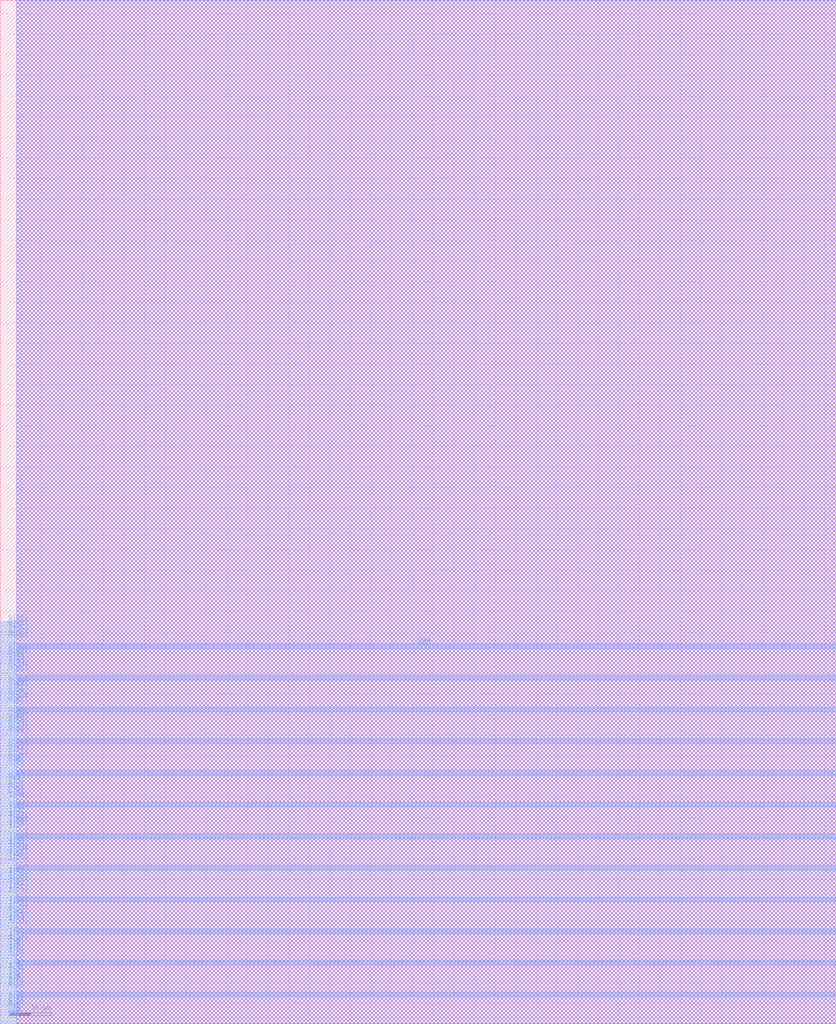
<source format=lef>
VERSION 5.6 ;
BUSBITCHARS "[]" ;
DIVIDERCHAR "/" ;

MACRO SRAM1RW128x46
  CLASS BLOCK ;
  ORIGIN 0 0 ;
  FOREIGN SRAM1RW128x46 0 0 ;
  SIZE 202.752 BY 248.248 ;
  SYMMETRY X Y ;
  SITE coreSite ;
  PIN VDD
    DIRECTION INOUT ;
    USE POWER ;
    PORT 
      LAYER M4 ;
        RECT 0.0 6.528 202.752 6.912 ;
        RECT 0.0 14.208 202.752 14.592 ;
        RECT 0.0 21.888 202.752 22.272 ;
        RECT 0.0 29.568 202.752 29.952 ;
        RECT 0.0 37.248 202.752 37.632 ;
        RECT 0.0 44.928 202.752 45.312 ;
        RECT 0.0 52.608 202.752 52.992 ;
        RECT 0.0 60.288 202.752 60.672 ;
        RECT 0.0 67.968 202.752 68.352 ;
        RECT 0.0 75.648 202.752 76.032 ;
        RECT 0.0 83.328 202.752 83.712 ;
        RECT 0.0 91.008 202.752 91.392 ;
    END 
  END VDD
  PIN VSS
    DIRECTION INOUT ;
    USE GROUND ;
    PORT 
      LAYER M4 ;
        RECT 0.0 7.296 202.752 7.68 ;
        RECT 0.0 14.976 202.752 15.36 ;
        RECT 0.0 22.656 202.752 23.04 ;
        RECT 0.0 30.336 202.752 30.72 ;
        RECT 0.0 38.016 202.752 38.4 ;
        RECT 0.0 45.696 202.752 46.08 ;
        RECT 0.0 53.376 202.752 53.76 ;
        RECT 0.0 61.056 202.752 61.44 ;
        RECT 0.0 68.736 202.752 69.12 ;
        RECT 0.0 76.416 202.752 76.8 ;
        RECT 0.0 84.096 202.752 84.48 ;
        RECT 0.0 91.776 202.752 92.16 ;
    END 
  END VSS
  PIN CE
    DIRECTION INPUT ;
    USE SIGNAL ;
    PORT 
      LAYER M4 ;
        RECT 0.0 0.384 4.0 0.768 ;
    END 
  END CE
  PIN WEB
    DIRECTION INPUT ;
    USE SIGNAL ;
    PORT 
      LAYER M4 ;
        RECT 0.0 1.152 4.0 1.536 ;
    END 
  END WEB
  PIN OEB
    DIRECTION INPUT ;
    USE SIGNAL ;
    PORT 
      LAYER M4 ;
        RECT 0.0 1.92 4.0 2.304 ;
    END 
  END OEB
  PIN CSB
    DIRECTION INPUT ;
    USE SIGNAL ;
    PORT 
      LAYER M4 ;
        RECT 0.0 2.688 4.0 3.072 ;
    END 
  END CSB
  PIN A[0]
    DIRECTION INPUT ;
    USE SIGNAL ;
    PORT 
      LAYER M4 ;
        RECT 0.0 3.456 4.0 3.84 ;
    END 
  END A[0]
  PIN A[1]
    DIRECTION INPUT ;
    USE SIGNAL ;
    PORT 
      LAYER M4 ;
        RECT 0.0 4.224 4.0 4.608 ;
    END 
  END A[1]
  PIN A[2]
    DIRECTION INPUT ;
    USE SIGNAL ;
    PORT 
      LAYER M4 ;
        RECT 0.0 4.992 4.0 5.376 ;
    END 
  END A[2]
  PIN A[3]
    DIRECTION INPUT ;
    USE SIGNAL ;
    PORT 
      LAYER M4 ;
        RECT 0.0 5.76 4.0 6.144 ;
    END 
  END A[3]
  PIN A[4]
    DIRECTION INPUT ;
    USE SIGNAL ;
    PORT 
      LAYER M4 ;
        RECT 0.0 8.064 4.0 8.448 ;
    END 
  END A[4]
  PIN A[5]
    DIRECTION INPUT ;
    USE SIGNAL ;
    PORT 
      LAYER M4 ;
        RECT 0.0 8.832 4.0 9.216 ;
    END 
  END A[5]
  PIN A[6]
    DIRECTION INPUT ;
    USE SIGNAL ;
    PORT 
      LAYER M4 ;
        RECT 0.0 9.6 4.0 9.984 ;
    END 
  END A[6]
  PIN I[0]
    DIRECTION INPUT ;
    USE SIGNAL ;
    PORT 
      LAYER M4 ;
        RECT 0.0 10.368 4.0 10.752 ;
    END 
  END I[0]
  PIN I[1]
    DIRECTION INPUT ;
    USE SIGNAL ;
    PORT 
      LAYER M4 ;
        RECT 0.0 11.136 4.0 11.52 ;
    END 
  END I[1]
  PIN I[2]
    DIRECTION INPUT ;
    USE SIGNAL ;
    PORT 
      LAYER M4 ;
        RECT 0.0 11.904 4.0 12.288 ;
    END 
  END I[2]
  PIN I[3]
    DIRECTION INPUT ;
    USE SIGNAL ;
    PORT 
      LAYER M4 ;
        RECT 0.0 12.672 4.0 13.056 ;
    END 
  END I[3]
  PIN I[4]
    DIRECTION INPUT ;
    USE SIGNAL ;
    PORT 
      LAYER M4 ;
        RECT 0.0 13.44 4.0 13.824 ;
    END 
  END I[4]
  PIN I[5]
    DIRECTION INPUT ;
    USE SIGNAL ;
    PORT 
      LAYER M4 ;
        RECT 0.0 15.744 4.0 16.128 ;
    END 
  END I[5]
  PIN I[6]
    DIRECTION INPUT ;
    USE SIGNAL ;
    PORT 
      LAYER M4 ;
        RECT 0.0 16.512 4.0 16.896 ;
    END 
  END I[6]
  PIN I[7]
    DIRECTION INPUT ;
    USE SIGNAL ;
    PORT 
      LAYER M4 ;
        RECT 0.0 17.28 4.0 17.664 ;
    END 
  END I[7]
  PIN I[8]
    DIRECTION INPUT ;
    USE SIGNAL ;
    PORT 
      LAYER M4 ;
        RECT 0.0 18.048 4.0 18.432 ;
    END 
  END I[8]
  PIN I[9]
    DIRECTION INPUT ;
    USE SIGNAL ;
    PORT 
      LAYER M4 ;
        RECT 0.0 18.816 4.0 19.2 ;
    END 
  END I[9]
  PIN I[10]
    DIRECTION INPUT ;
    USE SIGNAL ;
    PORT 
      LAYER M4 ;
        RECT 0.0 19.584 4.0 19.968 ;
    END 
  END I[10]
  PIN I[11]
    DIRECTION INPUT ;
    USE SIGNAL ;
    PORT 
      LAYER M4 ;
        RECT 0.0 20.352 4.0 20.736 ;
    END 
  END I[11]
  PIN I[12]
    DIRECTION INPUT ;
    USE SIGNAL ;
    PORT 
      LAYER M4 ;
        RECT 0.0 21.12 4.0 21.504 ;
    END 
  END I[12]
  PIN I[13]
    DIRECTION INPUT ;
    USE SIGNAL ;
    PORT 
      LAYER M4 ;
        RECT 0.0 23.424 4.0 23.808 ;
    END 
  END I[13]
  PIN I[14]
    DIRECTION INPUT ;
    USE SIGNAL ;
    PORT 
      LAYER M4 ;
        RECT 0.0 24.192 4.0 24.576 ;
    END 
  END I[14]
  PIN I[15]
    DIRECTION INPUT ;
    USE SIGNAL ;
    PORT 
      LAYER M4 ;
        RECT 0.0 24.96 4.0 25.344 ;
    END 
  END I[15]
  PIN I[16]
    DIRECTION INPUT ;
    USE SIGNAL ;
    PORT 
      LAYER M4 ;
        RECT 0.0 25.728 4.0 26.112 ;
    END 
  END I[16]
  PIN I[17]
    DIRECTION INPUT ;
    USE SIGNAL ;
    PORT 
      LAYER M4 ;
        RECT 0.0 26.496 4.0 26.88 ;
    END 
  END I[17]
  PIN I[18]
    DIRECTION INPUT ;
    USE SIGNAL ;
    PORT 
      LAYER M4 ;
        RECT 0.0 27.264 4.0 27.648 ;
    END 
  END I[18]
  PIN I[19]
    DIRECTION INPUT ;
    USE SIGNAL ;
    PORT 
      LAYER M4 ;
        RECT 0.0 28.032 4.0 28.416 ;
    END 
  END I[19]
  PIN I[20]
    DIRECTION INPUT ;
    USE SIGNAL ;
    PORT 
      LAYER M4 ;
        RECT 0.0 28.8 4.0 29.184 ;
    END 
  END I[20]
  PIN I[21]
    DIRECTION INPUT ;
    USE SIGNAL ;
    PORT 
      LAYER M4 ;
        RECT 0.0 31.104 4.0 31.488 ;
    END 
  END I[21]
  PIN I[22]
    DIRECTION INPUT ;
    USE SIGNAL ;
    PORT 
      LAYER M4 ;
        RECT 0.0 31.872 4.0 32.256 ;
    END 
  END I[22]
  PIN I[23]
    DIRECTION INPUT ;
    USE SIGNAL ;
    PORT 
      LAYER M4 ;
        RECT 0.0 32.64 4.0 33.024 ;
    END 
  END I[23]
  PIN I[24]
    DIRECTION INPUT ;
    USE SIGNAL ;
    PORT 
      LAYER M4 ;
        RECT 0.0 33.408 4.0 33.792 ;
    END 
  END I[24]
  PIN I[25]
    DIRECTION INPUT ;
    USE SIGNAL ;
    PORT 
      LAYER M4 ;
        RECT 0.0 34.176 4.0 34.56 ;
    END 
  END I[25]
  PIN I[26]
    DIRECTION INPUT ;
    USE SIGNAL ;
    PORT 
      LAYER M4 ;
        RECT 0.0 34.944 4.0 35.328 ;
    END 
  END I[26]
  PIN I[27]
    DIRECTION INPUT ;
    USE SIGNAL ;
    PORT 
      LAYER M4 ;
        RECT 0.0 35.712 4.0 36.096 ;
    END 
  END I[27]
  PIN I[28]
    DIRECTION INPUT ;
    USE SIGNAL ;
    PORT 
      LAYER M4 ;
        RECT 0.0 36.48 4.0 36.864 ;
    END 
  END I[28]
  PIN I[29]
    DIRECTION INPUT ;
    USE SIGNAL ;
    PORT 
      LAYER M4 ;
        RECT 0.0 38.784 4.0 39.168 ;
    END 
  END I[29]
  PIN I[30]
    DIRECTION INPUT ;
    USE SIGNAL ;
    PORT 
      LAYER M4 ;
        RECT 0.0 39.552 4.0 39.936 ;
    END 
  END I[30]
  PIN I[31]
    DIRECTION INPUT ;
    USE SIGNAL ;
    PORT 
      LAYER M4 ;
        RECT 0.0 40.32 4.0 40.704 ;
    END 
  END I[31]
  PIN I[32]
    DIRECTION INPUT ;
    USE SIGNAL ;
    PORT 
      LAYER M4 ;
        RECT 0.0 41.088 4.0 41.472 ;
    END 
  END I[32]
  PIN I[33]
    DIRECTION INPUT ;
    USE SIGNAL ;
    PORT 
      LAYER M4 ;
        RECT 0.0 41.856 4.0 42.24 ;
    END 
  END I[33]
  PIN I[34]
    DIRECTION INPUT ;
    USE SIGNAL ;
    PORT 
      LAYER M4 ;
        RECT 0.0 42.624 4.0 43.008 ;
    END 
  END I[34]
  PIN I[35]
    DIRECTION INPUT ;
    USE SIGNAL ;
    PORT 
      LAYER M4 ;
        RECT 0.0 43.392 4.0 43.776 ;
    END 
  END I[35]
  PIN I[36]
    DIRECTION INPUT ;
    USE SIGNAL ;
    PORT 
      LAYER M4 ;
        RECT 0.0 44.16 4.0 44.544 ;
    END 
  END I[36]
  PIN I[37]
    DIRECTION INPUT ;
    USE SIGNAL ;
    PORT 
      LAYER M4 ;
        RECT 0.0 46.464 4.0 46.848 ;
    END 
  END I[37]
  PIN I[38]
    DIRECTION INPUT ;
    USE SIGNAL ;
    PORT 
      LAYER M4 ;
        RECT 0.0 47.232 4.0 47.616 ;
    END 
  END I[38]
  PIN I[39]
    DIRECTION INPUT ;
    USE SIGNAL ;
    PORT 
      LAYER M4 ;
        RECT 0.0 48.0 4.0 48.384 ;
    END 
  END I[39]
  PIN I[40]
    DIRECTION INPUT ;
    USE SIGNAL ;
    PORT 
      LAYER M4 ;
        RECT 0.0 48.768 4.0 49.152 ;
    END 
  END I[40]
  PIN I[41]
    DIRECTION INPUT ;
    USE SIGNAL ;
    PORT 
      LAYER M4 ;
        RECT 0.0 49.536 4.0 49.92 ;
    END 
  END I[41]
  PIN I[42]
    DIRECTION INPUT ;
    USE SIGNAL ;
    PORT 
      LAYER M4 ;
        RECT 0.0 50.304 4.0 50.688 ;
    END 
  END I[42]
  PIN I[43]
    DIRECTION INPUT ;
    USE SIGNAL ;
    PORT 
      LAYER M4 ;
        RECT 0.0 51.072 4.0 51.456 ;
    END 
  END I[43]
  PIN I[44]
    DIRECTION INPUT ;
    USE SIGNAL ;
    PORT 
      LAYER M4 ;
        RECT 0.0 51.84 4.0 52.224 ;
    END 
  END I[44]
  PIN I[45]
    DIRECTION INPUT ;
    USE SIGNAL ;
    PORT 
      LAYER M4 ;
        RECT 0.0 54.144 4.0 54.528 ;
    END 
  END I[45]
  PIN O[0]
    DIRECTION OUTPUT ;
    USE SIGNAL ;
    PORT 
      LAYER M4 ;
        RECT 0.0 54.912 4.0 55.296 ;
    END 
  END O[0]
  PIN O[1]
    DIRECTION OUTPUT ;
    USE SIGNAL ;
    PORT 
      LAYER M4 ;
        RECT 0.0 55.68 4.0 56.064 ;
    END 
  END O[1]
  PIN O[2]
    DIRECTION OUTPUT ;
    USE SIGNAL ;
    PORT 
      LAYER M4 ;
        RECT 0.0 56.448 4.0 56.832 ;
    END 
  END O[2]
  PIN O[3]
    DIRECTION OUTPUT ;
    USE SIGNAL ;
    PORT 
      LAYER M4 ;
        RECT 0.0 57.216 4.0 57.6 ;
    END 
  END O[3]
  PIN O[4]
    DIRECTION OUTPUT ;
    USE SIGNAL ;
    PORT 
      LAYER M4 ;
        RECT 0.0 57.984 4.0 58.368 ;
    END 
  END O[4]
  PIN O[5]
    DIRECTION OUTPUT ;
    USE SIGNAL ;
    PORT 
      LAYER M4 ;
        RECT 0.0 58.752 4.0 59.136 ;
    END 
  END O[5]
  PIN O[6]
    DIRECTION OUTPUT ;
    USE SIGNAL ;
    PORT 
      LAYER M4 ;
        RECT 0.0 59.52 4.0 59.904 ;
    END 
  END O[6]
  PIN O[7]
    DIRECTION OUTPUT ;
    USE SIGNAL ;
    PORT 
      LAYER M4 ;
        RECT 0.0 61.824 4.0 62.208 ;
    END 
  END O[7]
  PIN O[8]
    DIRECTION OUTPUT ;
    USE SIGNAL ;
    PORT 
      LAYER M4 ;
        RECT 0.0 62.592 4.0 62.976 ;
    END 
  END O[8]
  PIN O[9]
    DIRECTION OUTPUT ;
    USE SIGNAL ;
    PORT 
      LAYER M4 ;
        RECT 0.0 63.36 4.0 63.744 ;
    END 
  END O[9]
  PIN O[10]
    DIRECTION OUTPUT ;
    USE SIGNAL ;
    PORT 
      LAYER M4 ;
        RECT 0.0 64.128 4.0 64.512 ;
    END 
  END O[10]
  PIN O[11]
    DIRECTION OUTPUT ;
    USE SIGNAL ;
    PORT 
      LAYER M4 ;
        RECT 0.0 64.896 4.0 65.28 ;
    END 
  END O[11]
  PIN O[12]
    DIRECTION OUTPUT ;
    USE SIGNAL ;
    PORT 
      LAYER M4 ;
        RECT 0.0 65.664 4.0 66.048 ;
    END 
  END O[12]
  PIN O[13]
    DIRECTION OUTPUT ;
    USE SIGNAL ;
    PORT 
      LAYER M4 ;
        RECT 0.0 66.432 4.0 66.816 ;
    END 
  END O[13]
  PIN O[14]
    DIRECTION OUTPUT ;
    USE SIGNAL ;
    PORT 
      LAYER M4 ;
        RECT 0.0 67.2 4.0 67.584 ;
    END 
  END O[14]
  PIN O[15]
    DIRECTION OUTPUT ;
    USE SIGNAL ;
    PORT 
      LAYER M4 ;
        RECT 0.0 69.504 4.0 69.888 ;
    END 
  END O[15]
  PIN O[16]
    DIRECTION OUTPUT ;
    USE SIGNAL ;
    PORT 
      LAYER M4 ;
        RECT 0.0 70.272 4.0 70.656 ;
    END 
  END O[16]
  PIN O[17]
    DIRECTION OUTPUT ;
    USE SIGNAL ;
    PORT 
      LAYER M4 ;
        RECT 0.0 71.04 4.0 71.424 ;
    END 
  END O[17]
  PIN O[18]
    DIRECTION OUTPUT ;
    USE SIGNAL ;
    PORT 
      LAYER M4 ;
        RECT 0.0 71.808 4.0 72.192 ;
    END 
  END O[18]
  PIN O[19]
    DIRECTION OUTPUT ;
    USE SIGNAL ;
    PORT 
      LAYER M4 ;
        RECT 0.0 72.576 4.0 72.96 ;
    END 
  END O[19]
  PIN O[20]
    DIRECTION OUTPUT ;
    USE SIGNAL ;
    PORT 
      LAYER M4 ;
        RECT 0.0 73.344 4.0 73.728 ;
    END 
  END O[20]
  PIN O[21]
    DIRECTION OUTPUT ;
    USE SIGNAL ;
    PORT 
      LAYER M4 ;
        RECT 0.0 74.112 4.0 74.496 ;
    END 
  END O[21]
  PIN O[22]
    DIRECTION OUTPUT ;
    USE SIGNAL ;
    PORT 
      LAYER M4 ;
        RECT 0.0 74.88 4.0 75.264 ;
    END 
  END O[22]
  PIN O[23]
    DIRECTION OUTPUT ;
    USE SIGNAL ;
    PORT 
      LAYER M4 ;
        RECT 0.0 77.184 4.0 77.568 ;
    END 
  END O[23]
  PIN O[24]
    DIRECTION OUTPUT ;
    USE SIGNAL ;
    PORT 
      LAYER M4 ;
        RECT 0.0 77.952 4.0 78.336 ;
    END 
  END O[24]
  PIN O[25]
    DIRECTION OUTPUT ;
    USE SIGNAL ;
    PORT 
      LAYER M4 ;
        RECT 0.0 78.72 4.0 79.104 ;
    END 
  END O[25]
  PIN O[26]
    DIRECTION OUTPUT ;
    USE SIGNAL ;
    PORT 
      LAYER M4 ;
        RECT 0.0 79.488 4.0 79.872 ;
    END 
  END O[26]
  PIN O[27]
    DIRECTION OUTPUT ;
    USE SIGNAL ;
    PORT 
      LAYER M4 ;
        RECT 0.0 80.256 4.0 80.64 ;
    END 
  END O[27]
  PIN O[28]
    DIRECTION OUTPUT ;
    USE SIGNAL ;
    PORT 
      LAYER M4 ;
        RECT 0.0 81.024 4.0 81.408 ;
    END 
  END O[28]
  PIN O[29]
    DIRECTION OUTPUT ;
    USE SIGNAL ;
    PORT 
      LAYER M4 ;
        RECT 0.0 81.792 4.0 82.176 ;
    END 
  END O[29]
  PIN O[30]
    DIRECTION OUTPUT ;
    USE SIGNAL ;
    PORT 
      LAYER M4 ;
        RECT 0.0 82.56 4.0 82.944 ;
    END 
  END O[30]
  PIN O[31]
    DIRECTION OUTPUT ;
    USE SIGNAL ;
    PORT 
      LAYER M4 ;
        RECT 0.0 84.864 4.0 85.248 ;
    END 
  END O[31]
  PIN O[32]
    DIRECTION OUTPUT ;
    USE SIGNAL ;
    PORT 
      LAYER M4 ;
        RECT 0.0 85.632 4.0 86.016 ;
    END 
  END O[32]
  PIN O[33]
    DIRECTION OUTPUT ;
    USE SIGNAL ;
    PORT 
      LAYER M4 ;
        RECT 0.0 86.4 4.0 86.784 ;
    END 
  END O[33]
  PIN O[34]
    DIRECTION OUTPUT ;
    USE SIGNAL ;
    PORT 
      LAYER M4 ;
        RECT 0.0 87.168 4.0 87.552 ;
    END 
  END O[34]
  PIN O[35]
    DIRECTION OUTPUT ;
    USE SIGNAL ;
    PORT 
      LAYER M4 ;
        RECT 0.0 87.936 4.0 88.32 ;
    END 
  END O[35]
  PIN O[36]
    DIRECTION OUTPUT ;
    USE SIGNAL ;
    PORT 
      LAYER M4 ;
        RECT 0.0 88.704 4.0 89.088 ;
    END 
  END O[36]
  PIN O[37]
    DIRECTION OUTPUT ;
    USE SIGNAL ;
    PORT 
      LAYER M4 ;
        RECT 0.0 89.472 4.0 89.856 ;
    END 
  END O[37]
  PIN O[38]
    DIRECTION OUTPUT ;
    USE SIGNAL ;
    PORT 
      LAYER M4 ;
        RECT 0.0 90.24 4.0 90.624 ;
    END 
  END O[38]
  PIN O[39]
    DIRECTION OUTPUT ;
    USE SIGNAL ;
    PORT 
      LAYER M4 ;
        RECT 0.0 92.544 4.0 92.928 ;
    END 
  END O[39]
  PIN O[40]
    DIRECTION OUTPUT ;
    USE SIGNAL ;
    PORT 
      LAYER M4 ;
        RECT 0.0 93.312 4.0 93.696 ;
    END 
  END O[40]
  PIN O[41]
    DIRECTION OUTPUT ;
    USE SIGNAL ;
    PORT 
      LAYER M4 ;
        RECT 0.0 94.08 4.0 94.464 ;
    END 
  END O[41]
  PIN O[42]
    DIRECTION OUTPUT ;
    USE SIGNAL ;
    PORT 
      LAYER M4 ;
        RECT 0.0 94.848 4.0 95.232 ;
    END 
  END O[42]
  PIN O[43]
    DIRECTION OUTPUT ;
    USE SIGNAL ;
    PORT 
      LAYER M4 ;
        RECT 0.0 95.616 4.0 96.0 ;
    END 
  END O[43]
  PIN O[44]
    DIRECTION OUTPUT ;
    USE SIGNAL ;
    PORT 
      LAYER M4 ;
        RECT 0.0 96.384 4.0 96.768 ;
    END 
  END O[44]
  PIN O[45]
    DIRECTION OUTPUT ;
    USE SIGNAL ;
    PORT 
      LAYER M4 ;
        RECT 0.0 97.152 4.0 97.536 ;
    END 
  END O[45]
  OBS 
    LAYER M1 ;
      RECT 4.0 0.0 202.752 248.248 ;
    LAYER M2 ;
      RECT 4.0 0.0 202.752 248.248 ;
    LAYER M3 ;
      RECT 4.0 0.0 202.752 248.248 ;
  END 
END SRAM1RW128x46

END LIBRARY
</source>
